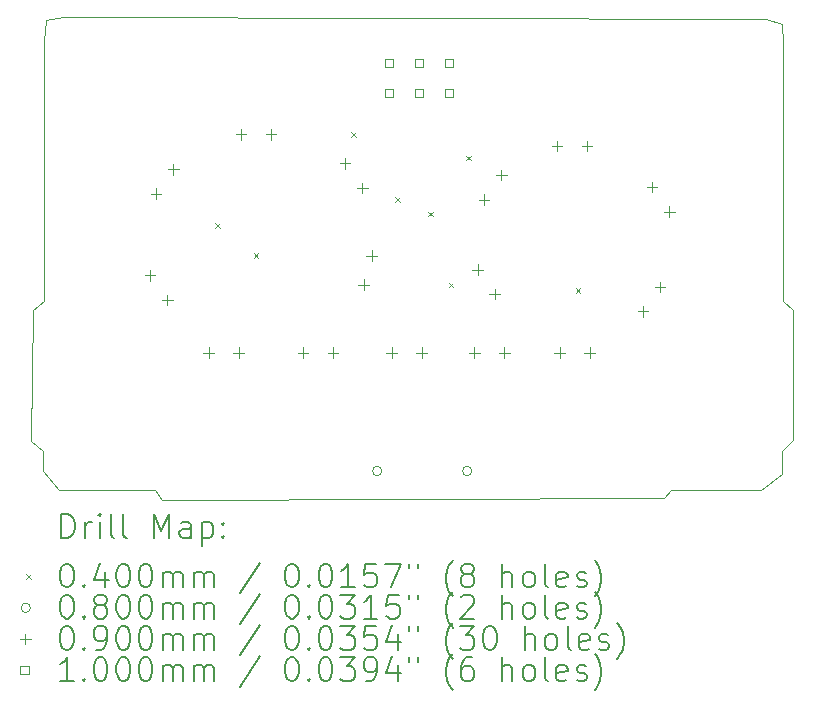
<source format=gbr>
%TF.GenerationSoftware,KiCad,Pcbnew,7.0.7*%
%TF.CreationDate,2024-03-11T11:39:48-07:00*%
%TF.ProjectId,DC32_Cassette_SAO,44433332-5f43-4617-9373-657474655f53,rev?*%
%TF.SameCoordinates,Original*%
%TF.FileFunction,Drillmap*%
%TF.FilePolarity,Positive*%
%FSLAX45Y45*%
G04 Gerber Fmt 4.5, Leading zero omitted, Abs format (unit mm)*
G04 Created by KiCad (PCBNEW 7.0.7) date 2024-03-11 11:39:48*
%MOMM*%
%LPD*%
G01*
G04 APERTURE LIST*
%ADD10C,0.100000*%
%ADD11C,0.200000*%
%ADD12C,0.040000*%
%ADD13C,0.080000*%
%ADD14C,0.090000*%
G04 APERTURE END LIST*
D10*
X17130000Y-12030000D02*
X17190000Y-11960000D01*
X12820000Y-11960000D02*
X12880000Y-12050000D01*
X18130000Y-11630000D02*
X18220000Y-11540000D01*
X18130000Y-8020000D02*
X17990000Y-7970000D01*
X17990000Y-7970000D02*
X12040000Y-7960000D01*
X18140000Y-8180000D02*
X18130000Y-8020000D01*
X11790000Y-10440000D02*
X11880000Y-10360000D01*
X18220000Y-11540000D02*
X18220000Y-10440000D01*
X18140000Y-10360000D02*
X18140000Y-8180000D01*
X11870000Y-11630000D02*
X11870000Y-11800000D01*
X12880000Y-12050000D02*
X17130000Y-12030000D01*
X11900000Y-7980000D02*
X12040000Y-7960000D01*
X11770000Y-11550000D02*
X11870000Y-11630000D01*
X11880000Y-8160000D02*
X11880000Y-10360000D01*
X18130000Y-11830000D02*
X18130000Y-11630000D01*
X12010000Y-11960000D02*
X12820000Y-11960000D01*
X17190000Y-11960000D02*
X17950000Y-11960000D01*
X11790000Y-10440000D02*
X11770000Y-11550000D01*
X12010000Y-11960000D02*
X11870000Y-11800000D01*
X11880000Y-8160000D02*
X11900000Y-7980000D01*
X18220000Y-10440000D02*
X18140000Y-10360000D01*
X17950000Y-11960000D02*
X18130000Y-11830000D01*
D11*
D12*
X13330000Y-9705000D02*
X13370000Y-9745000D01*
X13370000Y-9705000D02*
X13330000Y-9745000D01*
X13655000Y-9955000D02*
X13695000Y-9995000D01*
X13695000Y-9955000D02*
X13655000Y-9995000D01*
X14480000Y-8930000D02*
X14520000Y-8970000D01*
X14520000Y-8930000D02*
X14480000Y-8970000D01*
X14855000Y-9480000D02*
X14895000Y-9520000D01*
X14895000Y-9480000D02*
X14855000Y-9520000D01*
X15130000Y-9605000D02*
X15170000Y-9645000D01*
X15170000Y-9605000D02*
X15130000Y-9645000D01*
X15305000Y-10205000D02*
X15345000Y-10245000D01*
X15345000Y-10205000D02*
X15305000Y-10245000D01*
X15455000Y-9130000D02*
X15495000Y-9170000D01*
X15495000Y-9130000D02*
X15455000Y-9170000D01*
X16380000Y-10255000D02*
X16420000Y-10295000D01*
X16420000Y-10255000D02*
X16380000Y-10295000D01*
D13*
X14740000Y-11800000D02*
G75*
G03*
X14740000Y-11800000I-40000J0D01*
G01*
X15502000Y-11800000D02*
G75*
G03*
X15502000Y-11800000I-40000J0D01*
G01*
D14*
X12776869Y-10100558D02*
X12776869Y-10190558D01*
X12731869Y-10145558D02*
X12821869Y-10145558D01*
X12827443Y-9408623D02*
X12827443Y-9498623D01*
X12782443Y-9453623D02*
X12872443Y-9453623D01*
X12922557Y-10308623D02*
X12922557Y-10398623D01*
X12877557Y-10353623D02*
X12967557Y-10353623D01*
X12973131Y-9200558D02*
X12973131Y-9290558D01*
X12928131Y-9245558D02*
X13018131Y-9245558D01*
X13272500Y-10755000D02*
X13272500Y-10845000D01*
X13227500Y-10800000D02*
X13317500Y-10800000D01*
X13526500Y-10755000D02*
X13526500Y-10845000D01*
X13481500Y-10800000D02*
X13571500Y-10800000D01*
X13546000Y-8905000D02*
X13546000Y-8995000D01*
X13501000Y-8950000D02*
X13591000Y-8950000D01*
X13800000Y-8905000D02*
X13800000Y-8995000D01*
X13755000Y-8950000D02*
X13845000Y-8950000D01*
X14072500Y-10755000D02*
X14072500Y-10845000D01*
X14027500Y-10800000D02*
X14117500Y-10800000D01*
X14326500Y-10755000D02*
X14326500Y-10845000D01*
X14281500Y-10800000D02*
X14371500Y-10800000D01*
X14427443Y-9151377D02*
X14427443Y-9241377D01*
X14382443Y-9196377D02*
X14472443Y-9196377D01*
X14573131Y-9359442D02*
X14573131Y-9449442D01*
X14528131Y-9404442D02*
X14618131Y-9404442D01*
X14586250Y-10178156D02*
X14586250Y-10268156D01*
X14541250Y-10223156D02*
X14631250Y-10223156D01*
X14651990Y-9932810D02*
X14651990Y-10022810D01*
X14606990Y-9977810D02*
X14696990Y-9977810D01*
X14822500Y-10755000D02*
X14822500Y-10845000D01*
X14777500Y-10800000D02*
X14867500Y-10800000D01*
X15076500Y-10755000D02*
X15076500Y-10845000D01*
X15031500Y-10800000D02*
X15121500Y-10800000D01*
X15522500Y-10755000D02*
X15522500Y-10845000D01*
X15477500Y-10800000D02*
X15567500Y-10800000D01*
X15550000Y-10050558D02*
X15550000Y-10140558D01*
X15505000Y-10095558D02*
X15595000Y-10095558D01*
X15604312Y-9458623D02*
X15604312Y-9548623D01*
X15559312Y-9503623D02*
X15649312Y-9503623D01*
X15695688Y-10258623D02*
X15695688Y-10348623D01*
X15650688Y-10303623D02*
X15740688Y-10303623D01*
X15750000Y-9250558D02*
X15750000Y-9340558D01*
X15705000Y-9295558D02*
X15795000Y-9295558D01*
X15776500Y-10755000D02*
X15776500Y-10845000D01*
X15731500Y-10800000D02*
X15821500Y-10800000D01*
X16223500Y-9005000D02*
X16223500Y-9095000D01*
X16178500Y-9050000D02*
X16268500Y-9050000D01*
X16246000Y-10755000D02*
X16246000Y-10845000D01*
X16201000Y-10800000D02*
X16291000Y-10800000D01*
X16477500Y-9005000D02*
X16477500Y-9095000D01*
X16432500Y-9050000D02*
X16522500Y-9050000D01*
X16500000Y-10755000D02*
X16500000Y-10845000D01*
X16455000Y-10800000D02*
X16545000Y-10800000D01*
X16950000Y-10405000D02*
X16950000Y-10495000D01*
X16905000Y-10450000D02*
X16995000Y-10450000D01*
X17027443Y-9351377D02*
X17027443Y-9441377D01*
X16982443Y-9396377D02*
X17072443Y-9396377D01*
X17095688Y-10196935D02*
X17095688Y-10286935D01*
X17050688Y-10241935D02*
X17140688Y-10241935D01*
X17173131Y-9559442D02*
X17173131Y-9649442D01*
X17128131Y-9604442D02*
X17218131Y-9604442D01*
D10*
X14832856Y-8381356D02*
X14832856Y-8310644D01*
X14762144Y-8310644D01*
X14762144Y-8381356D01*
X14832856Y-8381356D01*
X14832856Y-8635356D02*
X14832856Y-8564644D01*
X14762144Y-8564644D01*
X14762144Y-8635356D01*
X14832856Y-8635356D01*
X15086856Y-8381356D02*
X15086856Y-8310644D01*
X15016144Y-8310644D01*
X15016144Y-8381356D01*
X15086856Y-8381356D01*
X15086856Y-8635356D02*
X15086856Y-8564644D01*
X15016144Y-8564644D01*
X15016144Y-8635356D01*
X15086856Y-8635356D01*
X15340856Y-8381356D02*
X15340856Y-8310644D01*
X15270144Y-8310644D01*
X15270144Y-8381356D01*
X15340856Y-8381356D01*
X15340856Y-8635356D02*
X15340856Y-8564644D01*
X15270144Y-8564644D01*
X15270144Y-8635356D01*
X15340856Y-8635356D01*
D11*
X12025777Y-12366484D02*
X12025777Y-12166484D01*
X12025777Y-12166484D02*
X12073396Y-12166484D01*
X12073396Y-12166484D02*
X12101967Y-12176008D01*
X12101967Y-12176008D02*
X12121015Y-12195055D01*
X12121015Y-12195055D02*
X12130539Y-12214103D01*
X12130539Y-12214103D02*
X12140062Y-12252198D01*
X12140062Y-12252198D02*
X12140062Y-12280769D01*
X12140062Y-12280769D02*
X12130539Y-12318865D01*
X12130539Y-12318865D02*
X12121015Y-12337912D01*
X12121015Y-12337912D02*
X12101967Y-12356960D01*
X12101967Y-12356960D02*
X12073396Y-12366484D01*
X12073396Y-12366484D02*
X12025777Y-12366484D01*
X12225777Y-12366484D02*
X12225777Y-12233150D01*
X12225777Y-12271246D02*
X12235301Y-12252198D01*
X12235301Y-12252198D02*
X12244824Y-12242674D01*
X12244824Y-12242674D02*
X12263872Y-12233150D01*
X12263872Y-12233150D02*
X12282920Y-12233150D01*
X12349586Y-12366484D02*
X12349586Y-12233150D01*
X12349586Y-12166484D02*
X12340062Y-12176008D01*
X12340062Y-12176008D02*
X12349586Y-12185531D01*
X12349586Y-12185531D02*
X12359110Y-12176008D01*
X12359110Y-12176008D02*
X12349586Y-12166484D01*
X12349586Y-12166484D02*
X12349586Y-12185531D01*
X12473396Y-12366484D02*
X12454348Y-12356960D01*
X12454348Y-12356960D02*
X12444824Y-12337912D01*
X12444824Y-12337912D02*
X12444824Y-12166484D01*
X12578158Y-12366484D02*
X12559110Y-12356960D01*
X12559110Y-12356960D02*
X12549586Y-12337912D01*
X12549586Y-12337912D02*
X12549586Y-12166484D01*
X12806729Y-12366484D02*
X12806729Y-12166484D01*
X12806729Y-12166484D02*
X12873396Y-12309341D01*
X12873396Y-12309341D02*
X12940062Y-12166484D01*
X12940062Y-12166484D02*
X12940062Y-12366484D01*
X13121015Y-12366484D02*
X13121015Y-12261722D01*
X13121015Y-12261722D02*
X13111491Y-12242674D01*
X13111491Y-12242674D02*
X13092443Y-12233150D01*
X13092443Y-12233150D02*
X13054348Y-12233150D01*
X13054348Y-12233150D02*
X13035301Y-12242674D01*
X13121015Y-12356960D02*
X13101967Y-12366484D01*
X13101967Y-12366484D02*
X13054348Y-12366484D01*
X13054348Y-12366484D02*
X13035301Y-12356960D01*
X13035301Y-12356960D02*
X13025777Y-12337912D01*
X13025777Y-12337912D02*
X13025777Y-12318865D01*
X13025777Y-12318865D02*
X13035301Y-12299817D01*
X13035301Y-12299817D02*
X13054348Y-12290293D01*
X13054348Y-12290293D02*
X13101967Y-12290293D01*
X13101967Y-12290293D02*
X13121015Y-12280769D01*
X13216253Y-12233150D02*
X13216253Y-12433150D01*
X13216253Y-12242674D02*
X13235301Y-12233150D01*
X13235301Y-12233150D02*
X13273396Y-12233150D01*
X13273396Y-12233150D02*
X13292443Y-12242674D01*
X13292443Y-12242674D02*
X13301967Y-12252198D01*
X13301967Y-12252198D02*
X13311491Y-12271246D01*
X13311491Y-12271246D02*
X13311491Y-12328388D01*
X13311491Y-12328388D02*
X13301967Y-12347436D01*
X13301967Y-12347436D02*
X13292443Y-12356960D01*
X13292443Y-12356960D02*
X13273396Y-12366484D01*
X13273396Y-12366484D02*
X13235301Y-12366484D01*
X13235301Y-12366484D02*
X13216253Y-12356960D01*
X13397205Y-12347436D02*
X13406729Y-12356960D01*
X13406729Y-12356960D02*
X13397205Y-12366484D01*
X13397205Y-12366484D02*
X13387682Y-12356960D01*
X13387682Y-12356960D02*
X13397205Y-12347436D01*
X13397205Y-12347436D02*
X13397205Y-12366484D01*
X13397205Y-12242674D02*
X13406729Y-12252198D01*
X13406729Y-12252198D02*
X13397205Y-12261722D01*
X13397205Y-12261722D02*
X13387682Y-12252198D01*
X13387682Y-12252198D02*
X13397205Y-12242674D01*
X13397205Y-12242674D02*
X13397205Y-12261722D01*
D12*
X11725000Y-12675000D02*
X11765000Y-12715000D01*
X11765000Y-12675000D02*
X11725000Y-12715000D01*
D11*
X12063872Y-12586484D02*
X12082920Y-12586484D01*
X12082920Y-12586484D02*
X12101967Y-12596008D01*
X12101967Y-12596008D02*
X12111491Y-12605531D01*
X12111491Y-12605531D02*
X12121015Y-12624579D01*
X12121015Y-12624579D02*
X12130539Y-12662674D01*
X12130539Y-12662674D02*
X12130539Y-12710293D01*
X12130539Y-12710293D02*
X12121015Y-12748388D01*
X12121015Y-12748388D02*
X12111491Y-12767436D01*
X12111491Y-12767436D02*
X12101967Y-12776960D01*
X12101967Y-12776960D02*
X12082920Y-12786484D01*
X12082920Y-12786484D02*
X12063872Y-12786484D01*
X12063872Y-12786484D02*
X12044824Y-12776960D01*
X12044824Y-12776960D02*
X12035301Y-12767436D01*
X12035301Y-12767436D02*
X12025777Y-12748388D01*
X12025777Y-12748388D02*
X12016253Y-12710293D01*
X12016253Y-12710293D02*
X12016253Y-12662674D01*
X12016253Y-12662674D02*
X12025777Y-12624579D01*
X12025777Y-12624579D02*
X12035301Y-12605531D01*
X12035301Y-12605531D02*
X12044824Y-12596008D01*
X12044824Y-12596008D02*
X12063872Y-12586484D01*
X12216253Y-12767436D02*
X12225777Y-12776960D01*
X12225777Y-12776960D02*
X12216253Y-12786484D01*
X12216253Y-12786484D02*
X12206729Y-12776960D01*
X12206729Y-12776960D02*
X12216253Y-12767436D01*
X12216253Y-12767436D02*
X12216253Y-12786484D01*
X12397205Y-12653150D02*
X12397205Y-12786484D01*
X12349586Y-12576960D02*
X12301967Y-12719817D01*
X12301967Y-12719817D02*
X12425777Y-12719817D01*
X12540062Y-12586484D02*
X12559110Y-12586484D01*
X12559110Y-12586484D02*
X12578158Y-12596008D01*
X12578158Y-12596008D02*
X12587682Y-12605531D01*
X12587682Y-12605531D02*
X12597205Y-12624579D01*
X12597205Y-12624579D02*
X12606729Y-12662674D01*
X12606729Y-12662674D02*
X12606729Y-12710293D01*
X12606729Y-12710293D02*
X12597205Y-12748388D01*
X12597205Y-12748388D02*
X12587682Y-12767436D01*
X12587682Y-12767436D02*
X12578158Y-12776960D01*
X12578158Y-12776960D02*
X12559110Y-12786484D01*
X12559110Y-12786484D02*
X12540062Y-12786484D01*
X12540062Y-12786484D02*
X12521015Y-12776960D01*
X12521015Y-12776960D02*
X12511491Y-12767436D01*
X12511491Y-12767436D02*
X12501967Y-12748388D01*
X12501967Y-12748388D02*
X12492443Y-12710293D01*
X12492443Y-12710293D02*
X12492443Y-12662674D01*
X12492443Y-12662674D02*
X12501967Y-12624579D01*
X12501967Y-12624579D02*
X12511491Y-12605531D01*
X12511491Y-12605531D02*
X12521015Y-12596008D01*
X12521015Y-12596008D02*
X12540062Y-12586484D01*
X12730539Y-12586484D02*
X12749586Y-12586484D01*
X12749586Y-12586484D02*
X12768634Y-12596008D01*
X12768634Y-12596008D02*
X12778158Y-12605531D01*
X12778158Y-12605531D02*
X12787682Y-12624579D01*
X12787682Y-12624579D02*
X12797205Y-12662674D01*
X12797205Y-12662674D02*
X12797205Y-12710293D01*
X12797205Y-12710293D02*
X12787682Y-12748388D01*
X12787682Y-12748388D02*
X12778158Y-12767436D01*
X12778158Y-12767436D02*
X12768634Y-12776960D01*
X12768634Y-12776960D02*
X12749586Y-12786484D01*
X12749586Y-12786484D02*
X12730539Y-12786484D01*
X12730539Y-12786484D02*
X12711491Y-12776960D01*
X12711491Y-12776960D02*
X12701967Y-12767436D01*
X12701967Y-12767436D02*
X12692443Y-12748388D01*
X12692443Y-12748388D02*
X12682920Y-12710293D01*
X12682920Y-12710293D02*
X12682920Y-12662674D01*
X12682920Y-12662674D02*
X12692443Y-12624579D01*
X12692443Y-12624579D02*
X12701967Y-12605531D01*
X12701967Y-12605531D02*
X12711491Y-12596008D01*
X12711491Y-12596008D02*
X12730539Y-12586484D01*
X12882920Y-12786484D02*
X12882920Y-12653150D01*
X12882920Y-12672198D02*
X12892443Y-12662674D01*
X12892443Y-12662674D02*
X12911491Y-12653150D01*
X12911491Y-12653150D02*
X12940063Y-12653150D01*
X12940063Y-12653150D02*
X12959110Y-12662674D01*
X12959110Y-12662674D02*
X12968634Y-12681722D01*
X12968634Y-12681722D02*
X12968634Y-12786484D01*
X12968634Y-12681722D02*
X12978158Y-12662674D01*
X12978158Y-12662674D02*
X12997205Y-12653150D01*
X12997205Y-12653150D02*
X13025777Y-12653150D01*
X13025777Y-12653150D02*
X13044824Y-12662674D01*
X13044824Y-12662674D02*
X13054348Y-12681722D01*
X13054348Y-12681722D02*
X13054348Y-12786484D01*
X13149586Y-12786484D02*
X13149586Y-12653150D01*
X13149586Y-12672198D02*
X13159110Y-12662674D01*
X13159110Y-12662674D02*
X13178158Y-12653150D01*
X13178158Y-12653150D02*
X13206729Y-12653150D01*
X13206729Y-12653150D02*
X13225777Y-12662674D01*
X13225777Y-12662674D02*
X13235301Y-12681722D01*
X13235301Y-12681722D02*
X13235301Y-12786484D01*
X13235301Y-12681722D02*
X13244824Y-12662674D01*
X13244824Y-12662674D02*
X13263872Y-12653150D01*
X13263872Y-12653150D02*
X13292443Y-12653150D01*
X13292443Y-12653150D02*
X13311491Y-12662674D01*
X13311491Y-12662674D02*
X13321015Y-12681722D01*
X13321015Y-12681722D02*
X13321015Y-12786484D01*
X13711491Y-12576960D02*
X13540063Y-12834103D01*
X13968634Y-12586484D02*
X13987682Y-12586484D01*
X13987682Y-12586484D02*
X14006729Y-12596008D01*
X14006729Y-12596008D02*
X14016253Y-12605531D01*
X14016253Y-12605531D02*
X14025777Y-12624579D01*
X14025777Y-12624579D02*
X14035301Y-12662674D01*
X14035301Y-12662674D02*
X14035301Y-12710293D01*
X14035301Y-12710293D02*
X14025777Y-12748388D01*
X14025777Y-12748388D02*
X14016253Y-12767436D01*
X14016253Y-12767436D02*
X14006729Y-12776960D01*
X14006729Y-12776960D02*
X13987682Y-12786484D01*
X13987682Y-12786484D02*
X13968634Y-12786484D01*
X13968634Y-12786484D02*
X13949586Y-12776960D01*
X13949586Y-12776960D02*
X13940063Y-12767436D01*
X13940063Y-12767436D02*
X13930539Y-12748388D01*
X13930539Y-12748388D02*
X13921015Y-12710293D01*
X13921015Y-12710293D02*
X13921015Y-12662674D01*
X13921015Y-12662674D02*
X13930539Y-12624579D01*
X13930539Y-12624579D02*
X13940063Y-12605531D01*
X13940063Y-12605531D02*
X13949586Y-12596008D01*
X13949586Y-12596008D02*
X13968634Y-12586484D01*
X14121015Y-12767436D02*
X14130539Y-12776960D01*
X14130539Y-12776960D02*
X14121015Y-12786484D01*
X14121015Y-12786484D02*
X14111491Y-12776960D01*
X14111491Y-12776960D02*
X14121015Y-12767436D01*
X14121015Y-12767436D02*
X14121015Y-12786484D01*
X14254348Y-12586484D02*
X14273396Y-12586484D01*
X14273396Y-12586484D02*
X14292444Y-12596008D01*
X14292444Y-12596008D02*
X14301967Y-12605531D01*
X14301967Y-12605531D02*
X14311491Y-12624579D01*
X14311491Y-12624579D02*
X14321015Y-12662674D01*
X14321015Y-12662674D02*
X14321015Y-12710293D01*
X14321015Y-12710293D02*
X14311491Y-12748388D01*
X14311491Y-12748388D02*
X14301967Y-12767436D01*
X14301967Y-12767436D02*
X14292444Y-12776960D01*
X14292444Y-12776960D02*
X14273396Y-12786484D01*
X14273396Y-12786484D02*
X14254348Y-12786484D01*
X14254348Y-12786484D02*
X14235301Y-12776960D01*
X14235301Y-12776960D02*
X14225777Y-12767436D01*
X14225777Y-12767436D02*
X14216253Y-12748388D01*
X14216253Y-12748388D02*
X14206729Y-12710293D01*
X14206729Y-12710293D02*
X14206729Y-12662674D01*
X14206729Y-12662674D02*
X14216253Y-12624579D01*
X14216253Y-12624579D02*
X14225777Y-12605531D01*
X14225777Y-12605531D02*
X14235301Y-12596008D01*
X14235301Y-12596008D02*
X14254348Y-12586484D01*
X14511491Y-12786484D02*
X14397206Y-12786484D01*
X14454348Y-12786484D02*
X14454348Y-12586484D01*
X14454348Y-12586484D02*
X14435301Y-12615055D01*
X14435301Y-12615055D02*
X14416253Y-12634103D01*
X14416253Y-12634103D02*
X14397206Y-12643627D01*
X14692444Y-12586484D02*
X14597206Y-12586484D01*
X14597206Y-12586484D02*
X14587682Y-12681722D01*
X14587682Y-12681722D02*
X14597206Y-12672198D01*
X14597206Y-12672198D02*
X14616253Y-12662674D01*
X14616253Y-12662674D02*
X14663872Y-12662674D01*
X14663872Y-12662674D02*
X14682920Y-12672198D01*
X14682920Y-12672198D02*
X14692444Y-12681722D01*
X14692444Y-12681722D02*
X14701967Y-12700769D01*
X14701967Y-12700769D02*
X14701967Y-12748388D01*
X14701967Y-12748388D02*
X14692444Y-12767436D01*
X14692444Y-12767436D02*
X14682920Y-12776960D01*
X14682920Y-12776960D02*
X14663872Y-12786484D01*
X14663872Y-12786484D02*
X14616253Y-12786484D01*
X14616253Y-12786484D02*
X14597206Y-12776960D01*
X14597206Y-12776960D02*
X14587682Y-12767436D01*
X14768634Y-12586484D02*
X14901967Y-12586484D01*
X14901967Y-12586484D02*
X14816253Y-12786484D01*
X14968634Y-12586484D02*
X14968634Y-12624579D01*
X15044825Y-12586484D02*
X15044825Y-12624579D01*
X15340063Y-12862674D02*
X15330539Y-12853150D01*
X15330539Y-12853150D02*
X15311491Y-12824579D01*
X15311491Y-12824579D02*
X15301968Y-12805531D01*
X15301968Y-12805531D02*
X15292444Y-12776960D01*
X15292444Y-12776960D02*
X15282920Y-12729341D01*
X15282920Y-12729341D02*
X15282920Y-12691246D01*
X15282920Y-12691246D02*
X15292444Y-12643627D01*
X15292444Y-12643627D02*
X15301968Y-12615055D01*
X15301968Y-12615055D02*
X15311491Y-12596008D01*
X15311491Y-12596008D02*
X15330539Y-12567436D01*
X15330539Y-12567436D02*
X15340063Y-12557912D01*
X15444825Y-12672198D02*
X15425777Y-12662674D01*
X15425777Y-12662674D02*
X15416253Y-12653150D01*
X15416253Y-12653150D02*
X15406729Y-12634103D01*
X15406729Y-12634103D02*
X15406729Y-12624579D01*
X15406729Y-12624579D02*
X15416253Y-12605531D01*
X15416253Y-12605531D02*
X15425777Y-12596008D01*
X15425777Y-12596008D02*
X15444825Y-12586484D01*
X15444825Y-12586484D02*
X15482920Y-12586484D01*
X15482920Y-12586484D02*
X15501968Y-12596008D01*
X15501968Y-12596008D02*
X15511491Y-12605531D01*
X15511491Y-12605531D02*
X15521015Y-12624579D01*
X15521015Y-12624579D02*
X15521015Y-12634103D01*
X15521015Y-12634103D02*
X15511491Y-12653150D01*
X15511491Y-12653150D02*
X15501968Y-12662674D01*
X15501968Y-12662674D02*
X15482920Y-12672198D01*
X15482920Y-12672198D02*
X15444825Y-12672198D01*
X15444825Y-12672198D02*
X15425777Y-12681722D01*
X15425777Y-12681722D02*
X15416253Y-12691246D01*
X15416253Y-12691246D02*
X15406729Y-12710293D01*
X15406729Y-12710293D02*
X15406729Y-12748388D01*
X15406729Y-12748388D02*
X15416253Y-12767436D01*
X15416253Y-12767436D02*
X15425777Y-12776960D01*
X15425777Y-12776960D02*
X15444825Y-12786484D01*
X15444825Y-12786484D02*
X15482920Y-12786484D01*
X15482920Y-12786484D02*
X15501968Y-12776960D01*
X15501968Y-12776960D02*
X15511491Y-12767436D01*
X15511491Y-12767436D02*
X15521015Y-12748388D01*
X15521015Y-12748388D02*
X15521015Y-12710293D01*
X15521015Y-12710293D02*
X15511491Y-12691246D01*
X15511491Y-12691246D02*
X15501968Y-12681722D01*
X15501968Y-12681722D02*
X15482920Y-12672198D01*
X15759110Y-12786484D02*
X15759110Y-12586484D01*
X15844825Y-12786484D02*
X15844825Y-12681722D01*
X15844825Y-12681722D02*
X15835301Y-12662674D01*
X15835301Y-12662674D02*
X15816253Y-12653150D01*
X15816253Y-12653150D02*
X15787682Y-12653150D01*
X15787682Y-12653150D02*
X15768634Y-12662674D01*
X15768634Y-12662674D02*
X15759110Y-12672198D01*
X15968634Y-12786484D02*
X15949587Y-12776960D01*
X15949587Y-12776960D02*
X15940063Y-12767436D01*
X15940063Y-12767436D02*
X15930539Y-12748388D01*
X15930539Y-12748388D02*
X15930539Y-12691246D01*
X15930539Y-12691246D02*
X15940063Y-12672198D01*
X15940063Y-12672198D02*
X15949587Y-12662674D01*
X15949587Y-12662674D02*
X15968634Y-12653150D01*
X15968634Y-12653150D02*
X15997206Y-12653150D01*
X15997206Y-12653150D02*
X16016253Y-12662674D01*
X16016253Y-12662674D02*
X16025777Y-12672198D01*
X16025777Y-12672198D02*
X16035301Y-12691246D01*
X16035301Y-12691246D02*
X16035301Y-12748388D01*
X16035301Y-12748388D02*
X16025777Y-12767436D01*
X16025777Y-12767436D02*
X16016253Y-12776960D01*
X16016253Y-12776960D02*
X15997206Y-12786484D01*
X15997206Y-12786484D02*
X15968634Y-12786484D01*
X16149587Y-12786484D02*
X16130539Y-12776960D01*
X16130539Y-12776960D02*
X16121015Y-12757912D01*
X16121015Y-12757912D02*
X16121015Y-12586484D01*
X16301968Y-12776960D02*
X16282920Y-12786484D01*
X16282920Y-12786484D02*
X16244825Y-12786484D01*
X16244825Y-12786484D02*
X16225777Y-12776960D01*
X16225777Y-12776960D02*
X16216253Y-12757912D01*
X16216253Y-12757912D02*
X16216253Y-12681722D01*
X16216253Y-12681722D02*
X16225777Y-12662674D01*
X16225777Y-12662674D02*
X16244825Y-12653150D01*
X16244825Y-12653150D02*
X16282920Y-12653150D01*
X16282920Y-12653150D02*
X16301968Y-12662674D01*
X16301968Y-12662674D02*
X16311491Y-12681722D01*
X16311491Y-12681722D02*
X16311491Y-12700769D01*
X16311491Y-12700769D02*
X16216253Y-12719817D01*
X16387682Y-12776960D02*
X16406730Y-12786484D01*
X16406730Y-12786484D02*
X16444825Y-12786484D01*
X16444825Y-12786484D02*
X16463872Y-12776960D01*
X16463872Y-12776960D02*
X16473396Y-12757912D01*
X16473396Y-12757912D02*
X16473396Y-12748388D01*
X16473396Y-12748388D02*
X16463872Y-12729341D01*
X16463872Y-12729341D02*
X16444825Y-12719817D01*
X16444825Y-12719817D02*
X16416253Y-12719817D01*
X16416253Y-12719817D02*
X16397206Y-12710293D01*
X16397206Y-12710293D02*
X16387682Y-12691246D01*
X16387682Y-12691246D02*
X16387682Y-12681722D01*
X16387682Y-12681722D02*
X16397206Y-12662674D01*
X16397206Y-12662674D02*
X16416253Y-12653150D01*
X16416253Y-12653150D02*
X16444825Y-12653150D01*
X16444825Y-12653150D02*
X16463872Y-12662674D01*
X16540063Y-12862674D02*
X16549587Y-12853150D01*
X16549587Y-12853150D02*
X16568634Y-12824579D01*
X16568634Y-12824579D02*
X16578158Y-12805531D01*
X16578158Y-12805531D02*
X16587682Y-12776960D01*
X16587682Y-12776960D02*
X16597206Y-12729341D01*
X16597206Y-12729341D02*
X16597206Y-12691246D01*
X16597206Y-12691246D02*
X16587682Y-12643627D01*
X16587682Y-12643627D02*
X16578158Y-12615055D01*
X16578158Y-12615055D02*
X16568634Y-12596008D01*
X16568634Y-12596008D02*
X16549587Y-12567436D01*
X16549587Y-12567436D02*
X16540063Y-12557912D01*
D13*
X11765000Y-12959000D02*
G75*
G03*
X11765000Y-12959000I-40000J0D01*
G01*
D11*
X12063872Y-12850484D02*
X12082920Y-12850484D01*
X12082920Y-12850484D02*
X12101967Y-12860008D01*
X12101967Y-12860008D02*
X12111491Y-12869531D01*
X12111491Y-12869531D02*
X12121015Y-12888579D01*
X12121015Y-12888579D02*
X12130539Y-12926674D01*
X12130539Y-12926674D02*
X12130539Y-12974293D01*
X12130539Y-12974293D02*
X12121015Y-13012388D01*
X12121015Y-13012388D02*
X12111491Y-13031436D01*
X12111491Y-13031436D02*
X12101967Y-13040960D01*
X12101967Y-13040960D02*
X12082920Y-13050484D01*
X12082920Y-13050484D02*
X12063872Y-13050484D01*
X12063872Y-13050484D02*
X12044824Y-13040960D01*
X12044824Y-13040960D02*
X12035301Y-13031436D01*
X12035301Y-13031436D02*
X12025777Y-13012388D01*
X12025777Y-13012388D02*
X12016253Y-12974293D01*
X12016253Y-12974293D02*
X12016253Y-12926674D01*
X12016253Y-12926674D02*
X12025777Y-12888579D01*
X12025777Y-12888579D02*
X12035301Y-12869531D01*
X12035301Y-12869531D02*
X12044824Y-12860008D01*
X12044824Y-12860008D02*
X12063872Y-12850484D01*
X12216253Y-13031436D02*
X12225777Y-13040960D01*
X12225777Y-13040960D02*
X12216253Y-13050484D01*
X12216253Y-13050484D02*
X12206729Y-13040960D01*
X12206729Y-13040960D02*
X12216253Y-13031436D01*
X12216253Y-13031436D02*
X12216253Y-13050484D01*
X12340062Y-12936198D02*
X12321015Y-12926674D01*
X12321015Y-12926674D02*
X12311491Y-12917150D01*
X12311491Y-12917150D02*
X12301967Y-12898103D01*
X12301967Y-12898103D02*
X12301967Y-12888579D01*
X12301967Y-12888579D02*
X12311491Y-12869531D01*
X12311491Y-12869531D02*
X12321015Y-12860008D01*
X12321015Y-12860008D02*
X12340062Y-12850484D01*
X12340062Y-12850484D02*
X12378158Y-12850484D01*
X12378158Y-12850484D02*
X12397205Y-12860008D01*
X12397205Y-12860008D02*
X12406729Y-12869531D01*
X12406729Y-12869531D02*
X12416253Y-12888579D01*
X12416253Y-12888579D02*
X12416253Y-12898103D01*
X12416253Y-12898103D02*
X12406729Y-12917150D01*
X12406729Y-12917150D02*
X12397205Y-12926674D01*
X12397205Y-12926674D02*
X12378158Y-12936198D01*
X12378158Y-12936198D02*
X12340062Y-12936198D01*
X12340062Y-12936198D02*
X12321015Y-12945722D01*
X12321015Y-12945722D02*
X12311491Y-12955246D01*
X12311491Y-12955246D02*
X12301967Y-12974293D01*
X12301967Y-12974293D02*
X12301967Y-13012388D01*
X12301967Y-13012388D02*
X12311491Y-13031436D01*
X12311491Y-13031436D02*
X12321015Y-13040960D01*
X12321015Y-13040960D02*
X12340062Y-13050484D01*
X12340062Y-13050484D02*
X12378158Y-13050484D01*
X12378158Y-13050484D02*
X12397205Y-13040960D01*
X12397205Y-13040960D02*
X12406729Y-13031436D01*
X12406729Y-13031436D02*
X12416253Y-13012388D01*
X12416253Y-13012388D02*
X12416253Y-12974293D01*
X12416253Y-12974293D02*
X12406729Y-12955246D01*
X12406729Y-12955246D02*
X12397205Y-12945722D01*
X12397205Y-12945722D02*
X12378158Y-12936198D01*
X12540062Y-12850484D02*
X12559110Y-12850484D01*
X12559110Y-12850484D02*
X12578158Y-12860008D01*
X12578158Y-12860008D02*
X12587682Y-12869531D01*
X12587682Y-12869531D02*
X12597205Y-12888579D01*
X12597205Y-12888579D02*
X12606729Y-12926674D01*
X12606729Y-12926674D02*
X12606729Y-12974293D01*
X12606729Y-12974293D02*
X12597205Y-13012388D01*
X12597205Y-13012388D02*
X12587682Y-13031436D01*
X12587682Y-13031436D02*
X12578158Y-13040960D01*
X12578158Y-13040960D02*
X12559110Y-13050484D01*
X12559110Y-13050484D02*
X12540062Y-13050484D01*
X12540062Y-13050484D02*
X12521015Y-13040960D01*
X12521015Y-13040960D02*
X12511491Y-13031436D01*
X12511491Y-13031436D02*
X12501967Y-13012388D01*
X12501967Y-13012388D02*
X12492443Y-12974293D01*
X12492443Y-12974293D02*
X12492443Y-12926674D01*
X12492443Y-12926674D02*
X12501967Y-12888579D01*
X12501967Y-12888579D02*
X12511491Y-12869531D01*
X12511491Y-12869531D02*
X12521015Y-12860008D01*
X12521015Y-12860008D02*
X12540062Y-12850484D01*
X12730539Y-12850484D02*
X12749586Y-12850484D01*
X12749586Y-12850484D02*
X12768634Y-12860008D01*
X12768634Y-12860008D02*
X12778158Y-12869531D01*
X12778158Y-12869531D02*
X12787682Y-12888579D01*
X12787682Y-12888579D02*
X12797205Y-12926674D01*
X12797205Y-12926674D02*
X12797205Y-12974293D01*
X12797205Y-12974293D02*
X12787682Y-13012388D01*
X12787682Y-13012388D02*
X12778158Y-13031436D01*
X12778158Y-13031436D02*
X12768634Y-13040960D01*
X12768634Y-13040960D02*
X12749586Y-13050484D01*
X12749586Y-13050484D02*
X12730539Y-13050484D01*
X12730539Y-13050484D02*
X12711491Y-13040960D01*
X12711491Y-13040960D02*
X12701967Y-13031436D01*
X12701967Y-13031436D02*
X12692443Y-13012388D01*
X12692443Y-13012388D02*
X12682920Y-12974293D01*
X12682920Y-12974293D02*
X12682920Y-12926674D01*
X12682920Y-12926674D02*
X12692443Y-12888579D01*
X12692443Y-12888579D02*
X12701967Y-12869531D01*
X12701967Y-12869531D02*
X12711491Y-12860008D01*
X12711491Y-12860008D02*
X12730539Y-12850484D01*
X12882920Y-13050484D02*
X12882920Y-12917150D01*
X12882920Y-12936198D02*
X12892443Y-12926674D01*
X12892443Y-12926674D02*
X12911491Y-12917150D01*
X12911491Y-12917150D02*
X12940063Y-12917150D01*
X12940063Y-12917150D02*
X12959110Y-12926674D01*
X12959110Y-12926674D02*
X12968634Y-12945722D01*
X12968634Y-12945722D02*
X12968634Y-13050484D01*
X12968634Y-12945722D02*
X12978158Y-12926674D01*
X12978158Y-12926674D02*
X12997205Y-12917150D01*
X12997205Y-12917150D02*
X13025777Y-12917150D01*
X13025777Y-12917150D02*
X13044824Y-12926674D01*
X13044824Y-12926674D02*
X13054348Y-12945722D01*
X13054348Y-12945722D02*
X13054348Y-13050484D01*
X13149586Y-13050484D02*
X13149586Y-12917150D01*
X13149586Y-12936198D02*
X13159110Y-12926674D01*
X13159110Y-12926674D02*
X13178158Y-12917150D01*
X13178158Y-12917150D02*
X13206729Y-12917150D01*
X13206729Y-12917150D02*
X13225777Y-12926674D01*
X13225777Y-12926674D02*
X13235301Y-12945722D01*
X13235301Y-12945722D02*
X13235301Y-13050484D01*
X13235301Y-12945722D02*
X13244824Y-12926674D01*
X13244824Y-12926674D02*
X13263872Y-12917150D01*
X13263872Y-12917150D02*
X13292443Y-12917150D01*
X13292443Y-12917150D02*
X13311491Y-12926674D01*
X13311491Y-12926674D02*
X13321015Y-12945722D01*
X13321015Y-12945722D02*
X13321015Y-13050484D01*
X13711491Y-12840960D02*
X13540063Y-13098103D01*
X13968634Y-12850484D02*
X13987682Y-12850484D01*
X13987682Y-12850484D02*
X14006729Y-12860008D01*
X14006729Y-12860008D02*
X14016253Y-12869531D01*
X14016253Y-12869531D02*
X14025777Y-12888579D01*
X14025777Y-12888579D02*
X14035301Y-12926674D01*
X14035301Y-12926674D02*
X14035301Y-12974293D01*
X14035301Y-12974293D02*
X14025777Y-13012388D01*
X14025777Y-13012388D02*
X14016253Y-13031436D01*
X14016253Y-13031436D02*
X14006729Y-13040960D01*
X14006729Y-13040960D02*
X13987682Y-13050484D01*
X13987682Y-13050484D02*
X13968634Y-13050484D01*
X13968634Y-13050484D02*
X13949586Y-13040960D01*
X13949586Y-13040960D02*
X13940063Y-13031436D01*
X13940063Y-13031436D02*
X13930539Y-13012388D01*
X13930539Y-13012388D02*
X13921015Y-12974293D01*
X13921015Y-12974293D02*
X13921015Y-12926674D01*
X13921015Y-12926674D02*
X13930539Y-12888579D01*
X13930539Y-12888579D02*
X13940063Y-12869531D01*
X13940063Y-12869531D02*
X13949586Y-12860008D01*
X13949586Y-12860008D02*
X13968634Y-12850484D01*
X14121015Y-13031436D02*
X14130539Y-13040960D01*
X14130539Y-13040960D02*
X14121015Y-13050484D01*
X14121015Y-13050484D02*
X14111491Y-13040960D01*
X14111491Y-13040960D02*
X14121015Y-13031436D01*
X14121015Y-13031436D02*
X14121015Y-13050484D01*
X14254348Y-12850484D02*
X14273396Y-12850484D01*
X14273396Y-12850484D02*
X14292444Y-12860008D01*
X14292444Y-12860008D02*
X14301967Y-12869531D01*
X14301967Y-12869531D02*
X14311491Y-12888579D01*
X14311491Y-12888579D02*
X14321015Y-12926674D01*
X14321015Y-12926674D02*
X14321015Y-12974293D01*
X14321015Y-12974293D02*
X14311491Y-13012388D01*
X14311491Y-13012388D02*
X14301967Y-13031436D01*
X14301967Y-13031436D02*
X14292444Y-13040960D01*
X14292444Y-13040960D02*
X14273396Y-13050484D01*
X14273396Y-13050484D02*
X14254348Y-13050484D01*
X14254348Y-13050484D02*
X14235301Y-13040960D01*
X14235301Y-13040960D02*
X14225777Y-13031436D01*
X14225777Y-13031436D02*
X14216253Y-13012388D01*
X14216253Y-13012388D02*
X14206729Y-12974293D01*
X14206729Y-12974293D02*
X14206729Y-12926674D01*
X14206729Y-12926674D02*
X14216253Y-12888579D01*
X14216253Y-12888579D02*
X14225777Y-12869531D01*
X14225777Y-12869531D02*
X14235301Y-12860008D01*
X14235301Y-12860008D02*
X14254348Y-12850484D01*
X14387682Y-12850484D02*
X14511491Y-12850484D01*
X14511491Y-12850484D02*
X14444825Y-12926674D01*
X14444825Y-12926674D02*
X14473396Y-12926674D01*
X14473396Y-12926674D02*
X14492444Y-12936198D01*
X14492444Y-12936198D02*
X14501967Y-12945722D01*
X14501967Y-12945722D02*
X14511491Y-12964769D01*
X14511491Y-12964769D02*
X14511491Y-13012388D01*
X14511491Y-13012388D02*
X14501967Y-13031436D01*
X14501967Y-13031436D02*
X14492444Y-13040960D01*
X14492444Y-13040960D02*
X14473396Y-13050484D01*
X14473396Y-13050484D02*
X14416253Y-13050484D01*
X14416253Y-13050484D02*
X14397206Y-13040960D01*
X14397206Y-13040960D02*
X14387682Y-13031436D01*
X14701967Y-13050484D02*
X14587682Y-13050484D01*
X14644825Y-13050484D02*
X14644825Y-12850484D01*
X14644825Y-12850484D02*
X14625777Y-12879055D01*
X14625777Y-12879055D02*
X14606729Y-12898103D01*
X14606729Y-12898103D02*
X14587682Y-12907627D01*
X14882920Y-12850484D02*
X14787682Y-12850484D01*
X14787682Y-12850484D02*
X14778158Y-12945722D01*
X14778158Y-12945722D02*
X14787682Y-12936198D01*
X14787682Y-12936198D02*
X14806729Y-12926674D01*
X14806729Y-12926674D02*
X14854348Y-12926674D01*
X14854348Y-12926674D02*
X14873396Y-12936198D01*
X14873396Y-12936198D02*
X14882920Y-12945722D01*
X14882920Y-12945722D02*
X14892444Y-12964769D01*
X14892444Y-12964769D02*
X14892444Y-13012388D01*
X14892444Y-13012388D02*
X14882920Y-13031436D01*
X14882920Y-13031436D02*
X14873396Y-13040960D01*
X14873396Y-13040960D02*
X14854348Y-13050484D01*
X14854348Y-13050484D02*
X14806729Y-13050484D01*
X14806729Y-13050484D02*
X14787682Y-13040960D01*
X14787682Y-13040960D02*
X14778158Y-13031436D01*
X14968634Y-12850484D02*
X14968634Y-12888579D01*
X15044825Y-12850484D02*
X15044825Y-12888579D01*
X15340063Y-13126674D02*
X15330539Y-13117150D01*
X15330539Y-13117150D02*
X15311491Y-13088579D01*
X15311491Y-13088579D02*
X15301968Y-13069531D01*
X15301968Y-13069531D02*
X15292444Y-13040960D01*
X15292444Y-13040960D02*
X15282920Y-12993341D01*
X15282920Y-12993341D02*
X15282920Y-12955246D01*
X15282920Y-12955246D02*
X15292444Y-12907627D01*
X15292444Y-12907627D02*
X15301968Y-12879055D01*
X15301968Y-12879055D02*
X15311491Y-12860008D01*
X15311491Y-12860008D02*
X15330539Y-12831436D01*
X15330539Y-12831436D02*
X15340063Y-12821912D01*
X15406729Y-12869531D02*
X15416253Y-12860008D01*
X15416253Y-12860008D02*
X15435301Y-12850484D01*
X15435301Y-12850484D02*
X15482920Y-12850484D01*
X15482920Y-12850484D02*
X15501968Y-12860008D01*
X15501968Y-12860008D02*
X15511491Y-12869531D01*
X15511491Y-12869531D02*
X15521015Y-12888579D01*
X15521015Y-12888579D02*
X15521015Y-12907627D01*
X15521015Y-12907627D02*
X15511491Y-12936198D01*
X15511491Y-12936198D02*
X15397206Y-13050484D01*
X15397206Y-13050484D02*
X15521015Y-13050484D01*
X15759110Y-13050484D02*
X15759110Y-12850484D01*
X15844825Y-13050484D02*
X15844825Y-12945722D01*
X15844825Y-12945722D02*
X15835301Y-12926674D01*
X15835301Y-12926674D02*
X15816253Y-12917150D01*
X15816253Y-12917150D02*
X15787682Y-12917150D01*
X15787682Y-12917150D02*
X15768634Y-12926674D01*
X15768634Y-12926674D02*
X15759110Y-12936198D01*
X15968634Y-13050484D02*
X15949587Y-13040960D01*
X15949587Y-13040960D02*
X15940063Y-13031436D01*
X15940063Y-13031436D02*
X15930539Y-13012388D01*
X15930539Y-13012388D02*
X15930539Y-12955246D01*
X15930539Y-12955246D02*
X15940063Y-12936198D01*
X15940063Y-12936198D02*
X15949587Y-12926674D01*
X15949587Y-12926674D02*
X15968634Y-12917150D01*
X15968634Y-12917150D02*
X15997206Y-12917150D01*
X15997206Y-12917150D02*
X16016253Y-12926674D01*
X16016253Y-12926674D02*
X16025777Y-12936198D01*
X16025777Y-12936198D02*
X16035301Y-12955246D01*
X16035301Y-12955246D02*
X16035301Y-13012388D01*
X16035301Y-13012388D02*
X16025777Y-13031436D01*
X16025777Y-13031436D02*
X16016253Y-13040960D01*
X16016253Y-13040960D02*
X15997206Y-13050484D01*
X15997206Y-13050484D02*
X15968634Y-13050484D01*
X16149587Y-13050484D02*
X16130539Y-13040960D01*
X16130539Y-13040960D02*
X16121015Y-13021912D01*
X16121015Y-13021912D02*
X16121015Y-12850484D01*
X16301968Y-13040960D02*
X16282920Y-13050484D01*
X16282920Y-13050484D02*
X16244825Y-13050484D01*
X16244825Y-13050484D02*
X16225777Y-13040960D01*
X16225777Y-13040960D02*
X16216253Y-13021912D01*
X16216253Y-13021912D02*
X16216253Y-12945722D01*
X16216253Y-12945722D02*
X16225777Y-12926674D01*
X16225777Y-12926674D02*
X16244825Y-12917150D01*
X16244825Y-12917150D02*
X16282920Y-12917150D01*
X16282920Y-12917150D02*
X16301968Y-12926674D01*
X16301968Y-12926674D02*
X16311491Y-12945722D01*
X16311491Y-12945722D02*
X16311491Y-12964769D01*
X16311491Y-12964769D02*
X16216253Y-12983817D01*
X16387682Y-13040960D02*
X16406730Y-13050484D01*
X16406730Y-13050484D02*
X16444825Y-13050484D01*
X16444825Y-13050484D02*
X16463872Y-13040960D01*
X16463872Y-13040960D02*
X16473396Y-13021912D01*
X16473396Y-13021912D02*
X16473396Y-13012388D01*
X16473396Y-13012388D02*
X16463872Y-12993341D01*
X16463872Y-12993341D02*
X16444825Y-12983817D01*
X16444825Y-12983817D02*
X16416253Y-12983817D01*
X16416253Y-12983817D02*
X16397206Y-12974293D01*
X16397206Y-12974293D02*
X16387682Y-12955246D01*
X16387682Y-12955246D02*
X16387682Y-12945722D01*
X16387682Y-12945722D02*
X16397206Y-12926674D01*
X16397206Y-12926674D02*
X16416253Y-12917150D01*
X16416253Y-12917150D02*
X16444825Y-12917150D01*
X16444825Y-12917150D02*
X16463872Y-12926674D01*
X16540063Y-13126674D02*
X16549587Y-13117150D01*
X16549587Y-13117150D02*
X16568634Y-13088579D01*
X16568634Y-13088579D02*
X16578158Y-13069531D01*
X16578158Y-13069531D02*
X16587682Y-13040960D01*
X16587682Y-13040960D02*
X16597206Y-12993341D01*
X16597206Y-12993341D02*
X16597206Y-12955246D01*
X16597206Y-12955246D02*
X16587682Y-12907627D01*
X16587682Y-12907627D02*
X16578158Y-12879055D01*
X16578158Y-12879055D02*
X16568634Y-12860008D01*
X16568634Y-12860008D02*
X16549587Y-12831436D01*
X16549587Y-12831436D02*
X16540063Y-12821912D01*
D14*
X11720000Y-13178000D02*
X11720000Y-13268000D01*
X11675000Y-13223000D02*
X11765000Y-13223000D01*
D11*
X12063872Y-13114484D02*
X12082920Y-13114484D01*
X12082920Y-13114484D02*
X12101967Y-13124008D01*
X12101967Y-13124008D02*
X12111491Y-13133531D01*
X12111491Y-13133531D02*
X12121015Y-13152579D01*
X12121015Y-13152579D02*
X12130539Y-13190674D01*
X12130539Y-13190674D02*
X12130539Y-13238293D01*
X12130539Y-13238293D02*
X12121015Y-13276388D01*
X12121015Y-13276388D02*
X12111491Y-13295436D01*
X12111491Y-13295436D02*
X12101967Y-13304960D01*
X12101967Y-13304960D02*
X12082920Y-13314484D01*
X12082920Y-13314484D02*
X12063872Y-13314484D01*
X12063872Y-13314484D02*
X12044824Y-13304960D01*
X12044824Y-13304960D02*
X12035301Y-13295436D01*
X12035301Y-13295436D02*
X12025777Y-13276388D01*
X12025777Y-13276388D02*
X12016253Y-13238293D01*
X12016253Y-13238293D02*
X12016253Y-13190674D01*
X12016253Y-13190674D02*
X12025777Y-13152579D01*
X12025777Y-13152579D02*
X12035301Y-13133531D01*
X12035301Y-13133531D02*
X12044824Y-13124008D01*
X12044824Y-13124008D02*
X12063872Y-13114484D01*
X12216253Y-13295436D02*
X12225777Y-13304960D01*
X12225777Y-13304960D02*
X12216253Y-13314484D01*
X12216253Y-13314484D02*
X12206729Y-13304960D01*
X12206729Y-13304960D02*
X12216253Y-13295436D01*
X12216253Y-13295436D02*
X12216253Y-13314484D01*
X12321015Y-13314484D02*
X12359110Y-13314484D01*
X12359110Y-13314484D02*
X12378158Y-13304960D01*
X12378158Y-13304960D02*
X12387682Y-13295436D01*
X12387682Y-13295436D02*
X12406729Y-13266865D01*
X12406729Y-13266865D02*
X12416253Y-13228769D01*
X12416253Y-13228769D02*
X12416253Y-13152579D01*
X12416253Y-13152579D02*
X12406729Y-13133531D01*
X12406729Y-13133531D02*
X12397205Y-13124008D01*
X12397205Y-13124008D02*
X12378158Y-13114484D01*
X12378158Y-13114484D02*
X12340062Y-13114484D01*
X12340062Y-13114484D02*
X12321015Y-13124008D01*
X12321015Y-13124008D02*
X12311491Y-13133531D01*
X12311491Y-13133531D02*
X12301967Y-13152579D01*
X12301967Y-13152579D02*
X12301967Y-13200198D01*
X12301967Y-13200198D02*
X12311491Y-13219246D01*
X12311491Y-13219246D02*
X12321015Y-13228769D01*
X12321015Y-13228769D02*
X12340062Y-13238293D01*
X12340062Y-13238293D02*
X12378158Y-13238293D01*
X12378158Y-13238293D02*
X12397205Y-13228769D01*
X12397205Y-13228769D02*
X12406729Y-13219246D01*
X12406729Y-13219246D02*
X12416253Y-13200198D01*
X12540062Y-13114484D02*
X12559110Y-13114484D01*
X12559110Y-13114484D02*
X12578158Y-13124008D01*
X12578158Y-13124008D02*
X12587682Y-13133531D01*
X12587682Y-13133531D02*
X12597205Y-13152579D01*
X12597205Y-13152579D02*
X12606729Y-13190674D01*
X12606729Y-13190674D02*
X12606729Y-13238293D01*
X12606729Y-13238293D02*
X12597205Y-13276388D01*
X12597205Y-13276388D02*
X12587682Y-13295436D01*
X12587682Y-13295436D02*
X12578158Y-13304960D01*
X12578158Y-13304960D02*
X12559110Y-13314484D01*
X12559110Y-13314484D02*
X12540062Y-13314484D01*
X12540062Y-13314484D02*
X12521015Y-13304960D01*
X12521015Y-13304960D02*
X12511491Y-13295436D01*
X12511491Y-13295436D02*
X12501967Y-13276388D01*
X12501967Y-13276388D02*
X12492443Y-13238293D01*
X12492443Y-13238293D02*
X12492443Y-13190674D01*
X12492443Y-13190674D02*
X12501967Y-13152579D01*
X12501967Y-13152579D02*
X12511491Y-13133531D01*
X12511491Y-13133531D02*
X12521015Y-13124008D01*
X12521015Y-13124008D02*
X12540062Y-13114484D01*
X12730539Y-13114484D02*
X12749586Y-13114484D01*
X12749586Y-13114484D02*
X12768634Y-13124008D01*
X12768634Y-13124008D02*
X12778158Y-13133531D01*
X12778158Y-13133531D02*
X12787682Y-13152579D01*
X12787682Y-13152579D02*
X12797205Y-13190674D01*
X12797205Y-13190674D02*
X12797205Y-13238293D01*
X12797205Y-13238293D02*
X12787682Y-13276388D01*
X12787682Y-13276388D02*
X12778158Y-13295436D01*
X12778158Y-13295436D02*
X12768634Y-13304960D01*
X12768634Y-13304960D02*
X12749586Y-13314484D01*
X12749586Y-13314484D02*
X12730539Y-13314484D01*
X12730539Y-13314484D02*
X12711491Y-13304960D01*
X12711491Y-13304960D02*
X12701967Y-13295436D01*
X12701967Y-13295436D02*
X12692443Y-13276388D01*
X12692443Y-13276388D02*
X12682920Y-13238293D01*
X12682920Y-13238293D02*
X12682920Y-13190674D01*
X12682920Y-13190674D02*
X12692443Y-13152579D01*
X12692443Y-13152579D02*
X12701967Y-13133531D01*
X12701967Y-13133531D02*
X12711491Y-13124008D01*
X12711491Y-13124008D02*
X12730539Y-13114484D01*
X12882920Y-13314484D02*
X12882920Y-13181150D01*
X12882920Y-13200198D02*
X12892443Y-13190674D01*
X12892443Y-13190674D02*
X12911491Y-13181150D01*
X12911491Y-13181150D02*
X12940063Y-13181150D01*
X12940063Y-13181150D02*
X12959110Y-13190674D01*
X12959110Y-13190674D02*
X12968634Y-13209722D01*
X12968634Y-13209722D02*
X12968634Y-13314484D01*
X12968634Y-13209722D02*
X12978158Y-13190674D01*
X12978158Y-13190674D02*
X12997205Y-13181150D01*
X12997205Y-13181150D02*
X13025777Y-13181150D01*
X13025777Y-13181150D02*
X13044824Y-13190674D01*
X13044824Y-13190674D02*
X13054348Y-13209722D01*
X13054348Y-13209722D02*
X13054348Y-13314484D01*
X13149586Y-13314484D02*
X13149586Y-13181150D01*
X13149586Y-13200198D02*
X13159110Y-13190674D01*
X13159110Y-13190674D02*
X13178158Y-13181150D01*
X13178158Y-13181150D02*
X13206729Y-13181150D01*
X13206729Y-13181150D02*
X13225777Y-13190674D01*
X13225777Y-13190674D02*
X13235301Y-13209722D01*
X13235301Y-13209722D02*
X13235301Y-13314484D01*
X13235301Y-13209722D02*
X13244824Y-13190674D01*
X13244824Y-13190674D02*
X13263872Y-13181150D01*
X13263872Y-13181150D02*
X13292443Y-13181150D01*
X13292443Y-13181150D02*
X13311491Y-13190674D01*
X13311491Y-13190674D02*
X13321015Y-13209722D01*
X13321015Y-13209722D02*
X13321015Y-13314484D01*
X13711491Y-13104960D02*
X13540063Y-13362103D01*
X13968634Y-13114484D02*
X13987682Y-13114484D01*
X13987682Y-13114484D02*
X14006729Y-13124008D01*
X14006729Y-13124008D02*
X14016253Y-13133531D01*
X14016253Y-13133531D02*
X14025777Y-13152579D01*
X14025777Y-13152579D02*
X14035301Y-13190674D01*
X14035301Y-13190674D02*
X14035301Y-13238293D01*
X14035301Y-13238293D02*
X14025777Y-13276388D01*
X14025777Y-13276388D02*
X14016253Y-13295436D01*
X14016253Y-13295436D02*
X14006729Y-13304960D01*
X14006729Y-13304960D02*
X13987682Y-13314484D01*
X13987682Y-13314484D02*
X13968634Y-13314484D01*
X13968634Y-13314484D02*
X13949586Y-13304960D01*
X13949586Y-13304960D02*
X13940063Y-13295436D01*
X13940063Y-13295436D02*
X13930539Y-13276388D01*
X13930539Y-13276388D02*
X13921015Y-13238293D01*
X13921015Y-13238293D02*
X13921015Y-13190674D01*
X13921015Y-13190674D02*
X13930539Y-13152579D01*
X13930539Y-13152579D02*
X13940063Y-13133531D01*
X13940063Y-13133531D02*
X13949586Y-13124008D01*
X13949586Y-13124008D02*
X13968634Y-13114484D01*
X14121015Y-13295436D02*
X14130539Y-13304960D01*
X14130539Y-13304960D02*
X14121015Y-13314484D01*
X14121015Y-13314484D02*
X14111491Y-13304960D01*
X14111491Y-13304960D02*
X14121015Y-13295436D01*
X14121015Y-13295436D02*
X14121015Y-13314484D01*
X14254348Y-13114484D02*
X14273396Y-13114484D01*
X14273396Y-13114484D02*
X14292444Y-13124008D01*
X14292444Y-13124008D02*
X14301967Y-13133531D01*
X14301967Y-13133531D02*
X14311491Y-13152579D01*
X14311491Y-13152579D02*
X14321015Y-13190674D01*
X14321015Y-13190674D02*
X14321015Y-13238293D01*
X14321015Y-13238293D02*
X14311491Y-13276388D01*
X14311491Y-13276388D02*
X14301967Y-13295436D01*
X14301967Y-13295436D02*
X14292444Y-13304960D01*
X14292444Y-13304960D02*
X14273396Y-13314484D01*
X14273396Y-13314484D02*
X14254348Y-13314484D01*
X14254348Y-13314484D02*
X14235301Y-13304960D01*
X14235301Y-13304960D02*
X14225777Y-13295436D01*
X14225777Y-13295436D02*
X14216253Y-13276388D01*
X14216253Y-13276388D02*
X14206729Y-13238293D01*
X14206729Y-13238293D02*
X14206729Y-13190674D01*
X14206729Y-13190674D02*
X14216253Y-13152579D01*
X14216253Y-13152579D02*
X14225777Y-13133531D01*
X14225777Y-13133531D02*
X14235301Y-13124008D01*
X14235301Y-13124008D02*
X14254348Y-13114484D01*
X14387682Y-13114484D02*
X14511491Y-13114484D01*
X14511491Y-13114484D02*
X14444825Y-13190674D01*
X14444825Y-13190674D02*
X14473396Y-13190674D01*
X14473396Y-13190674D02*
X14492444Y-13200198D01*
X14492444Y-13200198D02*
X14501967Y-13209722D01*
X14501967Y-13209722D02*
X14511491Y-13228769D01*
X14511491Y-13228769D02*
X14511491Y-13276388D01*
X14511491Y-13276388D02*
X14501967Y-13295436D01*
X14501967Y-13295436D02*
X14492444Y-13304960D01*
X14492444Y-13304960D02*
X14473396Y-13314484D01*
X14473396Y-13314484D02*
X14416253Y-13314484D01*
X14416253Y-13314484D02*
X14397206Y-13304960D01*
X14397206Y-13304960D02*
X14387682Y-13295436D01*
X14692444Y-13114484D02*
X14597206Y-13114484D01*
X14597206Y-13114484D02*
X14587682Y-13209722D01*
X14587682Y-13209722D02*
X14597206Y-13200198D01*
X14597206Y-13200198D02*
X14616253Y-13190674D01*
X14616253Y-13190674D02*
X14663872Y-13190674D01*
X14663872Y-13190674D02*
X14682920Y-13200198D01*
X14682920Y-13200198D02*
X14692444Y-13209722D01*
X14692444Y-13209722D02*
X14701967Y-13228769D01*
X14701967Y-13228769D02*
X14701967Y-13276388D01*
X14701967Y-13276388D02*
X14692444Y-13295436D01*
X14692444Y-13295436D02*
X14682920Y-13304960D01*
X14682920Y-13304960D02*
X14663872Y-13314484D01*
X14663872Y-13314484D02*
X14616253Y-13314484D01*
X14616253Y-13314484D02*
X14597206Y-13304960D01*
X14597206Y-13304960D02*
X14587682Y-13295436D01*
X14873396Y-13181150D02*
X14873396Y-13314484D01*
X14825777Y-13104960D02*
X14778158Y-13247817D01*
X14778158Y-13247817D02*
X14901967Y-13247817D01*
X14968634Y-13114484D02*
X14968634Y-13152579D01*
X15044825Y-13114484D02*
X15044825Y-13152579D01*
X15340063Y-13390674D02*
X15330539Y-13381150D01*
X15330539Y-13381150D02*
X15311491Y-13352579D01*
X15311491Y-13352579D02*
X15301968Y-13333531D01*
X15301968Y-13333531D02*
X15292444Y-13304960D01*
X15292444Y-13304960D02*
X15282920Y-13257341D01*
X15282920Y-13257341D02*
X15282920Y-13219246D01*
X15282920Y-13219246D02*
X15292444Y-13171627D01*
X15292444Y-13171627D02*
X15301968Y-13143055D01*
X15301968Y-13143055D02*
X15311491Y-13124008D01*
X15311491Y-13124008D02*
X15330539Y-13095436D01*
X15330539Y-13095436D02*
X15340063Y-13085912D01*
X15397206Y-13114484D02*
X15521015Y-13114484D01*
X15521015Y-13114484D02*
X15454348Y-13190674D01*
X15454348Y-13190674D02*
X15482920Y-13190674D01*
X15482920Y-13190674D02*
X15501968Y-13200198D01*
X15501968Y-13200198D02*
X15511491Y-13209722D01*
X15511491Y-13209722D02*
X15521015Y-13228769D01*
X15521015Y-13228769D02*
X15521015Y-13276388D01*
X15521015Y-13276388D02*
X15511491Y-13295436D01*
X15511491Y-13295436D02*
X15501968Y-13304960D01*
X15501968Y-13304960D02*
X15482920Y-13314484D01*
X15482920Y-13314484D02*
X15425777Y-13314484D01*
X15425777Y-13314484D02*
X15406729Y-13304960D01*
X15406729Y-13304960D02*
X15397206Y-13295436D01*
X15644825Y-13114484D02*
X15663872Y-13114484D01*
X15663872Y-13114484D02*
X15682920Y-13124008D01*
X15682920Y-13124008D02*
X15692444Y-13133531D01*
X15692444Y-13133531D02*
X15701968Y-13152579D01*
X15701968Y-13152579D02*
X15711491Y-13190674D01*
X15711491Y-13190674D02*
X15711491Y-13238293D01*
X15711491Y-13238293D02*
X15701968Y-13276388D01*
X15701968Y-13276388D02*
X15692444Y-13295436D01*
X15692444Y-13295436D02*
X15682920Y-13304960D01*
X15682920Y-13304960D02*
X15663872Y-13314484D01*
X15663872Y-13314484D02*
X15644825Y-13314484D01*
X15644825Y-13314484D02*
X15625777Y-13304960D01*
X15625777Y-13304960D02*
X15616253Y-13295436D01*
X15616253Y-13295436D02*
X15606729Y-13276388D01*
X15606729Y-13276388D02*
X15597206Y-13238293D01*
X15597206Y-13238293D02*
X15597206Y-13190674D01*
X15597206Y-13190674D02*
X15606729Y-13152579D01*
X15606729Y-13152579D02*
X15616253Y-13133531D01*
X15616253Y-13133531D02*
X15625777Y-13124008D01*
X15625777Y-13124008D02*
X15644825Y-13114484D01*
X15949587Y-13314484D02*
X15949587Y-13114484D01*
X16035301Y-13314484D02*
X16035301Y-13209722D01*
X16035301Y-13209722D02*
X16025777Y-13190674D01*
X16025777Y-13190674D02*
X16006730Y-13181150D01*
X16006730Y-13181150D02*
X15978158Y-13181150D01*
X15978158Y-13181150D02*
X15959110Y-13190674D01*
X15959110Y-13190674D02*
X15949587Y-13200198D01*
X16159110Y-13314484D02*
X16140063Y-13304960D01*
X16140063Y-13304960D02*
X16130539Y-13295436D01*
X16130539Y-13295436D02*
X16121015Y-13276388D01*
X16121015Y-13276388D02*
X16121015Y-13219246D01*
X16121015Y-13219246D02*
X16130539Y-13200198D01*
X16130539Y-13200198D02*
X16140063Y-13190674D01*
X16140063Y-13190674D02*
X16159110Y-13181150D01*
X16159110Y-13181150D02*
X16187682Y-13181150D01*
X16187682Y-13181150D02*
X16206730Y-13190674D01*
X16206730Y-13190674D02*
X16216253Y-13200198D01*
X16216253Y-13200198D02*
X16225777Y-13219246D01*
X16225777Y-13219246D02*
X16225777Y-13276388D01*
X16225777Y-13276388D02*
X16216253Y-13295436D01*
X16216253Y-13295436D02*
X16206730Y-13304960D01*
X16206730Y-13304960D02*
X16187682Y-13314484D01*
X16187682Y-13314484D02*
X16159110Y-13314484D01*
X16340063Y-13314484D02*
X16321015Y-13304960D01*
X16321015Y-13304960D02*
X16311491Y-13285912D01*
X16311491Y-13285912D02*
X16311491Y-13114484D01*
X16492444Y-13304960D02*
X16473396Y-13314484D01*
X16473396Y-13314484D02*
X16435301Y-13314484D01*
X16435301Y-13314484D02*
X16416253Y-13304960D01*
X16416253Y-13304960D02*
X16406730Y-13285912D01*
X16406730Y-13285912D02*
X16406730Y-13209722D01*
X16406730Y-13209722D02*
X16416253Y-13190674D01*
X16416253Y-13190674D02*
X16435301Y-13181150D01*
X16435301Y-13181150D02*
X16473396Y-13181150D01*
X16473396Y-13181150D02*
X16492444Y-13190674D01*
X16492444Y-13190674D02*
X16501968Y-13209722D01*
X16501968Y-13209722D02*
X16501968Y-13228769D01*
X16501968Y-13228769D02*
X16406730Y-13247817D01*
X16578158Y-13304960D02*
X16597206Y-13314484D01*
X16597206Y-13314484D02*
X16635301Y-13314484D01*
X16635301Y-13314484D02*
X16654349Y-13304960D01*
X16654349Y-13304960D02*
X16663872Y-13285912D01*
X16663872Y-13285912D02*
X16663872Y-13276388D01*
X16663872Y-13276388D02*
X16654349Y-13257341D01*
X16654349Y-13257341D02*
X16635301Y-13247817D01*
X16635301Y-13247817D02*
X16606730Y-13247817D01*
X16606730Y-13247817D02*
X16587682Y-13238293D01*
X16587682Y-13238293D02*
X16578158Y-13219246D01*
X16578158Y-13219246D02*
X16578158Y-13209722D01*
X16578158Y-13209722D02*
X16587682Y-13190674D01*
X16587682Y-13190674D02*
X16606730Y-13181150D01*
X16606730Y-13181150D02*
X16635301Y-13181150D01*
X16635301Y-13181150D02*
X16654349Y-13190674D01*
X16730539Y-13390674D02*
X16740063Y-13381150D01*
X16740063Y-13381150D02*
X16759111Y-13352579D01*
X16759111Y-13352579D02*
X16768634Y-13333531D01*
X16768634Y-13333531D02*
X16778158Y-13304960D01*
X16778158Y-13304960D02*
X16787682Y-13257341D01*
X16787682Y-13257341D02*
X16787682Y-13219246D01*
X16787682Y-13219246D02*
X16778158Y-13171627D01*
X16778158Y-13171627D02*
X16768634Y-13143055D01*
X16768634Y-13143055D02*
X16759111Y-13124008D01*
X16759111Y-13124008D02*
X16740063Y-13095436D01*
X16740063Y-13095436D02*
X16730539Y-13085912D01*
D10*
X11750356Y-13522356D02*
X11750356Y-13451644D01*
X11679644Y-13451644D01*
X11679644Y-13522356D01*
X11750356Y-13522356D01*
D11*
X12130539Y-13578484D02*
X12016253Y-13578484D01*
X12073396Y-13578484D02*
X12073396Y-13378484D01*
X12073396Y-13378484D02*
X12054348Y-13407055D01*
X12054348Y-13407055D02*
X12035301Y-13426103D01*
X12035301Y-13426103D02*
X12016253Y-13435627D01*
X12216253Y-13559436D02*
X12225777Y-13568960D01*
X12225777Y-13568960D02*
X12216253Y-13578484D01*
X12216253Y-13578484D02*
X12206729Y-13568960D01*
X12206729Y-13568960D02*
X12216253Y-13559436D01*
X12216253Y-13559436D02*
X12216253Y-13578484D01*
X12349586Y-13378484D02*
X12368634Y-13378484D01*
X12368634Y-13378484D02*
X12387682Y-13388008D01*
X12387682Y-13388008D02*
X12397205Y-13397531D01*
X12397205Y-13397531D02*
X12406729Y-13416579D01*
X12406729Y-13416579D02*
X12416253Y-13454674D01*
X12416253Y-13454674D02*
X12416253Y-13502293D01*
X12416253Y-13502293D02*
X12406729Y-13540388D01*
X12406729Y-13540388D02*
X12397205Y-13559436D01*
X12397205Y-13559436D02*
X12387682Y-13568960D01*
X12387682Y-13568960D02*
X12368634Y-13578484D01*
X12368634Y-13578484D02*
X12349586Y-13578484D01*
X12349586Y-13578484D02*
X12330539Y-13568960D01*
X12330539Y-13568960D02*
X12321015Y-13559436D01*
X12321015Y-13559436D02*
X12311491Y-13540388D01*
X12311491Y-13540388D02*
X12301967Y-13502293D01*
X12301967Y-13502293D02*
X12301967Y-13454674D01*
X12301967Y-13454674D02*
X12311491Y-13416579D01*
X12311491Y-13416579D02*
X12321015Y-13397531D01*
X12321015Y-13397531D02*
X12330539Y-13388008D01*
X12330539Y-13388008D02*
X12349586Y-13378484D01*
X12540062Y-13378484D02*
X12559110Y-13378484D01*
X12559110Y-13378484D02*
X12578158Y-13388008D01*
X12578158Y-13388008D02*
X12587682Y-13397531D01*
X12587682Y-13397531D02*
X12597205Y-13416579D01*
X12597205Y-13416579D02*
X12606729Y-13454674D01*
X12606729Y-13454674D02*
X12606729Y-13502293D01*
X12606729Y-13502293D02*
X12597205Y-13540388D01*
X12597205Y-13540388D02*
X12587682Y-13559436D01*
X12587682Y-13559436D02*
X12578158Y-13568960D01*
X12578158Y-13568960D02*
X12559110Y-13578484D01*
X12559110Y-13578484D02*
X12540062Y-13578484D01*
X12540062Y-13578484D02*
X12521015Y-13568960D01*
X12521015Y-13568960D02*
X12511491Y-13559436D01*
X12511491Y-13559436D02*
X12501967Y-13540388D01*
X12501967Y-13540388D02*
X12492443Y-13502293D01*
X12492443Y-13502293D02*
X12492443Y-13454674D01*
X12492443Y-13454674D02*
X12501967Y-13416579D01*
X12501967Y-13416579D02*
X12511491Y-13397531D01*
X12511491Y-13397531D02*
X12521015Y-13388008D01*
X12521015Y-13388008D02*
X12540062Y-13378484D01*
X12730539Y-13378484D02*
X12749586Y-13378484D01*
X12749586Y-13378484D02*
X12768634Y-13388008D01*
X12768634Y-13388008D02*
X12778158Y-13397531D01*
X12778158Y-13397531D02*
X12787682Y-13416579D01*
X12787682Y-13416579D02*
X12797205Y-13454674D01*
X12797205Y-13454674D02*
X12797205Y-13502293D01*
X12797205Y-13502293D02*
X12787682Y-13540388D01*
X12787682Y-13540388D02*
X12778158Y-13559436D01*
X12778158Y-13559436D02*
X12768634Y-13568960D01*
X12768634Y-13568960D02*
X12749586Y-13578484D01*
X12749586Y-13578484D02*
X12730539Y-13578484D01*
X12730539Y-13578484D02*
X12711491Y-13568960D01*
X12711491Y-13568960D02*
X12701967Y-13559436D01*
X12701967Y-13559436D02*
X12692443Y-13540388D01*
X12692443Y-13540388D02*
X12682920Y-13502293D01*
X12682920Y-13502293D02*
X12682920Y-13454674D01*
X12682920Y-13454674D02*
X12692443Y-13416579D01*
X12692443Y-13416579D02*
X12701967Y-13397531D01*
X12701967Y-13397531D02*
X12711491Y-13388008D01*
X12711491Y-13388008D02*
X12730539Y-13378484D01*
X12882920Y-13578484D02*
X12882920Y-13445150D01*
X12882920Y-13464198D02*
X12892443Y-13454674D01*
X12892443Y-13454674D02*
X12911491Y-13445150D01*
X12911491Y-13445150D02*
X12940063Y-13445150D01*
X12940063Y-13445150D02*
X12959110Y-13454674D01*
X12959110Y-13454674D02*
X12968634Y-13473722D01*
X12968634Y-13473722D02*
X12968634Y-13578484D01*
X12968634Y-13473722D02*
X12978158Y-13454674D01*
X12978158Y-13454674D02*
X12997205Y-13445150D01*
X12997205Y-13445150D02*
X13025777Y-13445150D01*
X13025777Y-13445150D02*
X13044824Y-13454674D01*
X13044824Y-13454674D02*
X13054348Y-13473722D01*
X13054348Y-13473722D02*
X13054348Y-13578484D01*
X13149586Y-13578484D02*
X13149586Y-13445150D01*
X13149586Y-13464198D02*
X13159110Y-13454674D01*
X13159110Y-13454674D02*
X13178158Y-13445150D01*
X13178158Y-13445150D02*
X13206729Y-13445150D01*
X13206729Y-13445150D02*
X13225777Y-13454674D01*
X13225777Y-13454674D02*
X13235301Y-13473722D01*
X13235301Y-13473722D02*
X13235301Y-13578484D01*
X13235301Y-13473722D02*
X13244824Y-13454674D01*
X13244824Y-13454674D02*
X13263872Y-13445150D01*
X13263872Y-13445150D02*
X13292443Y-13445150D01*
X13292443Y-13445150D02*
X13311491Y-13454674D01*
X13311491Y-13454674D02*
X13321015Y-13473722D01*
X13321015Y-13473722D02*
X13321015Y-13578484D01*
X13711491Y-13368960D02*
X13540063Y-13626103D01*
X13968634Y-13378484D02*
X13987682Y-13378484D01*
X13987682Y-13378484D02*
X14006729Y-13388008D01*
X14006729Y-13388008D02*
X14016253Y-13397531D01*
X14016253Y-13397531D02*
X14025777Y-13416579D01*
X14025777Y-13416579D02*
X14035301Y-13454674D01*
X14035301Y-13454674D02*
X14035301Y-13502293D01*
X14035301Y-13502293D02*
X14025777Y-13540388D01*
X14025777Y-13540388D02*
X14016253Y-13559436D01*
X14016253Y-13559436D02*
X14006729Y-13568960D01*
X14006729Y-13568960D02*
X13987682Y-13578484D01*
X13987682Y-13578484D02*
X13968634Y-13578484D01*
X13968634Y-13578484D02*
X13949586Y-13568960D01*
X13949586Y-13568960D02*
X13940063Y-13559436D01*
X13940063Y-13559436D02*
X13930539Y-13540388D01*
X13930539Y-13540388D02*
X13921015Y-13502293D01*
X13921015Y-13502293D02*
X13921015Y-13454674D01*
X13921015Y-13454674D02*
X13930539Y-13416579D01*
X13930539Y-13416579D02*
X13940063Y-13397531D01*
X13940063Y-13397531D02*
X13949586Y-13388008D01*
X13949586Y-13388008D02*
X13968634Y-13378484D01*
X14121015Y-13559436D02*
X14130539Y-13568960D01*
X14130539Y-13568960D02*
X14121015Y-13578484D01*
X14121015Y-13578484D02*
X14111491Y-13568960D01*
X14111491Y-13568960D02*
X14121015Y-13559436D01*
X14121015Y-13559436D02*
X14121015Y-13578484D01*
X14254348Y-13378484D02*
X14273396Y-13378484D01*
X14273396Y-13378484D02*
X14292444Y-13388008D01*
X14292444Y-13388008D02*
X14301967Y-13397531D01*
X14301967Y-13397531D02*
X14311491Y-13416579D01*
X14311491Y-13416579D02*
X14321015Y-13454674D01*
X14321015Y-13454674D02*
X14321015Y-13502293D01*
X14321015Y-13502293D02*
X14311491Y-13540388D01*
X14311491Y-13540388D02*
X14301967Y-13559436D01*
X14301967Y-13559436D02*
X14292444Y-13568960D01*
X14292444Y-13568960D02*
X14273396Y-13578484D01*
X14273396Y-13578484D02*
X14254348Y-13578484D01*
X14254348Y-13578484D02*
X14235301Y-13568960D01*
X14235301Y-13568960D02*
X14225777Y-13559436D01*
X14225777Y-13559436D02*
X14216253Y-13540388D01*
X14216253Y-13540388D02*
X14206729Y-13502293D01*
X14206729Y-13502293D02*
X14206729Y-13454674D01*
X14206729Y-13454674D02*
X14216253Y-13416579D01*
X14216253Y-13416579D02*
X14225777Y-13397531D01*
X14225777Y-13397531D02*
X14235301Y-13388008D01*
X14235301Y-13388008D02*
X14254348Y-13378484D01*
X14387682Y-13378484D02*
X14511491Y-13378484D01*
X14511491Y-13378484D02*
X14444825Y-13454674D01*
X14444825Y-13454674D02*
X14473396Y-13454674D01*
X14473396Y-13454674D02*
X14492444Y-13464198D01*
X14492444Y-13464198D02*
X14501967Y-13473722D01*
X14501967Y-13473722D02*
X14511491Y-13492769D01*
X14511491Y-13492769D02*
X14511491Y-13540388D01*
X14511491Y-13540388D02*
X14501967Y-13559436D01*
X14501967Y-13559436D02*
X14492444Y-13568960D01*
X14492444Y-13568960D02*
X14473396Y-13578484D01*
X14473396Y-13578484D02*
X14416253Y-13578484D01*
X14416253Y-13578484D02*
X14397206Y-13568960D01*
X14397206Y-13568960D02*
X14387682Y-13559436D01*
X14606729Y-13578484D02*
X14644825Y-13578484D01*
X14644825Y-13578484D02*
X14663872Y-13568960D01*
X14663872Y-13568960D02*
X14673396Y-13559436D01*
X14673396Y-13559436D02*
X14692444Y-13530865D01*
X14692444Y-13530865D02*
X14701967Y-13492769D01*
X14701967Y-13492769D02*
X14701967Y-13416579D01*
X14701967Y-13416579D02*
X14692444Y-13397531D01*
X14692444Y-13397531D02*
X14682920Y-13388008D01*
X14682920Y-13388008D02*
X14663872Y-13378484D01*
X14663872Y-13378484D02*
X14625777Y-13378484D01*
X14625777Y-13378484D02*
X14606729Y-13388008D01*
X14606729Y-13388008D02*
X14597206Y-13397531D01*
X14597206Y-13397531D02*
X14587682Y-13416579D01*
X14587682Y-13416579D02*
X14587682Y-13464198D01*
X14587682Y-13464198D02*
X14597206Y-13483246D01*
X14597206Y-13483246D02*
X14606729Y-13492769D01*
X14606729Y-13492769D02*
X14625777Y-13502293D01*
X14625777Y-13502293D02*
X14663872Y-13502293D01*
X14663872Y-13502293D02*
X14682920Y-13492769D01*
X14682920Y-13492769D02*
X14692444Y-13483246D01*
X14692444Y-13483246D02*
X14701967Y-13464198D01*
X14873396Y-13445150D02*
X14873396Y-13578484D01*
X14825777Y-13368960D02*
X14778158Y-13511817D01*
X14778158Y-13511817D02*
X14901967Y-13511817D01*
X14968634Y-13378484D02*
X14968634Y-13416579D01*
X15044825Y-13378484D02*
X15044825Y-13416579D01*
X15340063Y-13654674D02*
X15330539Y-13645150D01*
X15330539Y-13645150D02*
X15311491Y-13616579D01*
X15311491Y-13616579D02*
X15301968Y-13597531D01*
X15301968Y-13597531D02*
X15292444Y-13568960D01*
X15292444Y-13568960D02*
X15282920Y-13521341D01*
X15282920Y-13521341D02*
X15282920Y-13483246D01*
X15282920Y-13483246D02*
X15292444Y-13435627D01*
X15292444Y-13435627D02*
X15301968Y-13407055D01*
X15301968Y-13407055D02*
X15311491Y-13388008D01*
X15311491Y-13388008D02*
X15330539Y-13359436D01*
X15330539Y-13359436D02*
X15340063Y-13349912D01*
X15501968Y-13378484D02*
X15463872Y-13378484D01*
X15463872Y-13378484D02*
X15444825Y-13388008D01*
X15444825Y-13388008D02*
X15435301Y-13397531D01*
X15435301Y-13397531D02*
X15416253Y-13426103D01*
X15416253Y-13426103D02*
X15406729Y-13464198D01*
X15406729Y-13464198D02*
X15406729Y-13540388D01*
X15406729Y-13540388D02*
X15416253Y-13559436D01*
X15416253Y-13559436D02*
X15425777Y-13568960D01*
X15425777Y-13568960D02*
X15444825Y-13578484D01*
X15444825Y-13578484D02*
X15482920Y-13578484D01*
X15482920Y-13578484D02*
X15501968Y-13568960D01*
X15501968Y-13568960D02*
X15511491Y-13559436D01*
X15511491Y-13559436D02*
X15521015Y-13540388D01*
X15521015Y-13540388D02*
X15521015Y-13492769D01*
X15521015Y-13492769D02*
X15511491Y-13473722D01*
X15511491Y-13473722D02*
X15501968Y-13464198D01*
X15501968Y-13464198D02*
X15482920Y-13454674D01*
X15482920Y-13454674D02*
X15444825Y-13454674D01*
X15444825Y-13454674D02*
X15425777Y-13464198D01*
X15425777Y-13464198D02*
X15416253Y-13473722D01*
X15416253Y-13473722D02*
X15406729Y-13492769D01*
X15759110Y-13578484D02*
X15759110Y-13378484D01*
X15844825Y-13578484D02*
X15844825Y-13473722D01*
X15844825Y-13473722D02*
X15835301Y-13454674D01*
X15835301Y-13454674D02*
X15816253Y-13445150D01*
X15816253Y-13445150D02*
X15787682Y-13445150D01*
X15787682Y-13445150D02*
X15768634Y-13454674D01*
X15768634Y-13454674D02*
X15759110Y-13464198D01*
X15968634Y-13578484D02*
X15949587Y-13568960D01*
X15949587Y-13568960D02*
X15940063Y-13559436D01*
X15940063Y-13559436D02*
X15930539Y-13540388D01*
X15930539Y-13540388D02*
X15930539Y-13483246D01*
X15930539Y-13483246D02*
X15940063Y-13464198D01*
X15940063Y-13464198D02*
X15949587Y-13454674D01*
X15949587Y-13454674D02*
X15968634Y-13445150D01*
X15968634Y-13445150D02*
X15997206Y-13445150D01*
X15997206Y-13445150D02*
X16016253Y-13454674D01*
X16016253Y-13454674D02*
X16025777Y-13464198D01*
X16025777Y-13464198D02*
X16035301Y-13483246D01*
X16035301Y-13483246D02*
X16035301Y-13540388D01*
X16035301Y-13540388D02*
X16025777Y-13559436D01*
X16025777Y-13559436D02*
X16016253Y-13568960D01*
X16016253Y-13568960D02*
X15997206Y-13578484D01*
X15997206Y-13578484D02*
X15968634Y-13578484D01*
X16149587Y-13578484D02*
X16130539Y-13568960D01*
X16130539Y-13568960D02*
X16121015Y-13549912D01*
X16121015Y-13549912D02*
X16121015Y-13378484D01*
X16301968Y-13568960D02*
X16282920Y-13578484D01*
X16282920Y-13578484D02*
X16244825Y-13578484D01*
X16244825Y-13578484D02*
X16225777Y-13568960D01*
X16225777Y-13568960D02*
X16216253Y-13549912D01*
X16216253Y-13549912D02*
X16216253Y-13473722D01*
X16216253Y-13473722D02*
X16225777Y-13454674D01*
X16225777Y-13454674D02*
X16244825Y-13445150D01*
X16244825Y-13445150D02*
X16282920Y-13445150D01*
X16282920Y-13445150D02*
X16301968Y-13454674D01*
X16301968Y-13454674D02*
X16311491Y-13473722D01*
X16311491Y-13473722D02*
X16311491Y-13492769D01*
X16311491Y-13492769D02*
X16216253Y-13511817D01*
X16387682Y-13568960D02*
X16406730Y-13578484D01*
X16406730Y-13578484D02*
X16444825Y-13578484D01*
X16444825Y-13578484D02*
X16463872Y-13568960D01*
X16463872Y-13568960D02*
X16473396Y-13549912D01*
X16473396Y-13549912D02*
X16473396Y-13540388D01*
X16473396Y-13540388D02*
X16463872Y-13521341D01*
X16463872Y-13521341D02*
X16444825Y-13511817D01*
X16444825Y-13511817D02*
X16416253Y-13511817D01*
X16416253Y-13511817D02*
X16397206Y-13502293D01*
X16397206Y-13502293D02*
X16387682Y-13483246D01*
X16387682Y-13483246D02*
X16387682Y-13473722D01*
X16387682Y-13473722D02*
X16397206Y-13454674D01*
X16397206Y-13454674D02*
X16416253Y-13445150D01*
X16416253Y-13445150D02*
X16444825Y-13445150D01*
X16444825Y-13445150D02*
X16463872Y-13454674D01*
X16540063Y-13654674D02*
X16549587Y-13645150D01*
X16549587Y-13645150D02*
X16568634Y-13616579D01*
X16568634Y-13616579D02*
X16578158Y-13597531D01*
X16578158Y-13597531D02*
X16587682Y-13568960D01*
X16587682Y-13568960D02*
X16597206Y-13521341D01*
X16597206Y-13521341D02*
X16597206Y-13483246D01*
X16597206Y-13483246D02*
X16587682Y-13435627D01*
X16587682Y-13435627D02*
X16578158Y-13407055D01*
X16578158Y-13407055D02*
X16568634Y-13388008D01*
X16568634Y-13388008D02*
X16549587Y-13359436D01*
X16549587Y-13359436D02*
X16540063Y-13349912D01*
M02*

</source>
